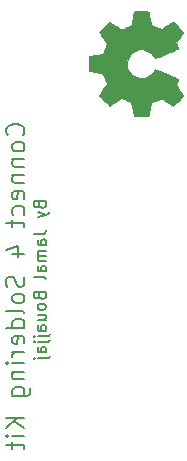
<source format=gbr>
G04 #@! TF.GenerationSoftware,KiCad,Pcbnew,(5.1.5)-3*
G04 #@! TF.CreationDate,2020-03-12T17:38:11-04:00*
G04 #@! TF.ProjectId,PCB,5043422e-6b69-4636-9164-5f7063625858,rev?*
G04 #@! TF.SameCoordinates,Original*
G04 #@! TF.FileFunction,Legend,Bot*
G04 #@! TF.FilePolarity,Positive*
%FSLAX46Y46*%
G04 Gerber Fmt 4.6, Leading zero omitted, Abs format (unit mm)*
G04 Created by KiCad (PCBNEW (5.1.5)-3) date 2020-03-12 17:38:11*
%MOMM*%
%LPD*%
G04 APERTURE LIST*
%ADD10C,0.150000*%
%ADD11C,0.190500*%
%ADD12C,0.010000*%
G04 APERTURE END LIST*
D10*
X130992571Y-113070476D02*
X131040190Y-113213333D01*
X131087809Y-113260952D01*
X131183047Y-113308571D01*
X131325904Y-113308571D01*
X131421142Y-113260952D01*
X131468761Y-113213333D01*
X131516380Y-113118095D01*
X131516380Y-112737142D01*
X130516380Y-112737142D01*
X130516380Y-113070476D01*
X130564000Y-113165714D01*
X130611619Y-113213333D01*
X130706857Y-113260952D01*
X130802095Y-113260952D01*
X130897333Y-113213333D01*
X130944952Y-113165714D01*
X130992571Y-113070476D01*
X130992571Y-112737142D01*
X130849714Y-113641904D02*
X131516380Y-113880000D01*
X130849714Y-114118095D02*
X131516380Y-113880000D01*
X131754476Y-113784761D01*
X131802095Y-113737142D01*
X131849714Y-113641904D01*
X130516380Y-115546666D02*
X131230666Y-115546666D01*
X131373523Y-115499047D01*
X131468761Y-115403809D01*
X131516380Y-115260952D01*
X131516380Y-115165714D01*
X131516380Y-116451428D02*
X130992571Y-116451428D01*
X130897333Y-116403809D01*
X130849714Y-116308571D01*
X130849714Y-116118095D01*
X130897333Y-116022857D01*
X131468761Y-116451428D02*
X131516380Y-116356190D01*
X131516380Y-116118095D01*
X131468761Y-116022857D01*
X131373523Y-115975238D01*
X131278285Y-115975238D01*
X131183047Y-116022857D01*
X131135428Y-116118095D01*
X131135428Y-116356190D01*
X131087809Y-116451428D01*
X131516380Y-116927619D02*
X130849714Y-116927619D01*
X130944952Y-116927619D02*
X130897333Y-116975238D01*
X130849714Y-117070476D01*
X130849714Y-117213333D01*
X130897333Y-117308571D01*
X130992571Y-117356190D01*
X131516380Y-117356190D01*
X130992571Y-117356190D02*
X130897333Y-117403809D01*
X130849714Y-117499047D01*
X130849714Y-117641904D01*
X130897333Y-117737142D01*
X130992571Y-117784761D01*
X131516380Y-117784761D01*
X131516380Y-118689523D02*
X130992571Y-118689523D01*
X130897333Y-118641904D01*
X130849714Y-118546666D01*
X130849714Y-118356190D01*
X130897333Y-118260952D01*
X131468761Y-118689523D02*
X131516380Y-118594285D01*
X131516380Y-118356190D01*
X131468761Y-118260952D01*
X131373523Y-118213333D01*
X131278285Y-118213333D01*
X131183047Y-118260952D01*
X131135428Y-118356190D01*
X131135428Y-118594285D01*
X131087809Y-118689523D01*
X131516380Y-119308571D02*
X131468761Y-119213333D01*
X131373523Y-119165714D01*
X130516380Y-119165714D01*
X130992571Y-120784761D02*
X131040190Y-120927619D01*
X131087809Y-120975238D01*
X131183047Y-121022857D01*
X131325904Y-121022857D01*
X131421142Y-120975238D01*
X131468761Y-120927619D01*
X131516380Y-120832380D01*
X131516380Y-120451428D01*
X130516380Y-120451428D01*
X130516380Y-120784761D01*
X130564000Y-120880000D01*
X130611619Y-120927619D01*
X130706857Y-120975238D01*
X130802095Y-120975238D01*
X130897333Y-120927619D01*
X130944952Y-120880000D01*
X130992571Y-120784761D01*
X130992571Y-120451428D01*
X131516380Y-121594285D02*
X131468761Y-121499047D01*
X131421142Y-121451428D01*
X131325904Y-121403809D01*
X131040190Y-121403809D01*
X130944952Y-121451428D01*
X130897333Y-121499047D01*
X130849714Y-121594285D01*
X130849714Y-121737142D01*
X130897333Y-121832380D01*
X130944952Y-121880000D01*
X131040190Y-121927619D01*
X131325904Y-121927619D01*
X131421142Y-121880000D01*
X131468761Y-121832380D01*
X131516380Y-121737142D01*
X131516380Y-121594285D01*
X130849714Y-122784761D02*
X131516380Y-122784761D01*
X130849714Y-122356190D02*
X131373523Y-122356190D01*
X131468761Y-122403809D01*
X131516380Y-122499047D01*
X131516380Y-122641904D01*
X131468761Y-122737142D01*
X131421142Y-122784761D01*
X131516380Y-123689523D02*
X130992571Y-123689523D01*
X130897333Y-123641904D01*
X130849714Y-123546666D01*
X130849714Y-123356190D01*
X130897333Y-123260952D01*
X131468761Y-123689523D02*
X131516380Y-123594285D01*
X131516380Y-123356190D01*
X131468761Y-123260952D01*
X131373523Y-123213333D01*
X131278285Y-123213333D01*
X131183047Y-123260952D01*
X131135428Y-123356190D01*
X131135428Y-123594285D01*
X131087809Y-123689523D01*
X130849714Y-124165714D02*
X131706857Y-124165714D01*
X131802095Y-124118095D01*
X131849714Y-124022857D01*
X131849714Y-123975238D01*
X130516380Y-124165714D02*
X130564000Y-124118095D01*
X130611619Y-124165714D01*
X130564000Y-124213333D01*
X130516380Y-124165714D01*
X130611619Y-124165714D01*
X130849714Y-124641904D02*
X131706857Y-124641904D01*
X131802095Y-124594285D01*
X131849714Y-124499047D01*
X131849714Y-124451428D01*
X130516380Y-124641904D02*
X130564000Y-124594285D01*
X130611619Y-124641904D01*
X130564000Y-124689523D01*
X130516380Y-124641904D01*
X130611619Y-124641904D01*
X131516380Y-125546666D02*
X130992571Y-125546666D01*
X130897333Y-125499047D01*
X130849714Y-125403809D01*
X130849714Y-125213333D01*
X130897333Y-125118095D01*
X131468761Y-125546666D02*
X131516380Y-125451428D01*
X131516380Y-125213333D01*
X131468761Y-125118095D01*
X131373523Y-125070476D01*
X131278285Y-125070476D01*
X131183047Y-125118095D01*
X131135428Y-125213333D01*
X131135428Y-125451428D01*
X131087809Y-125546666D01*
X130849714Y-126022857D02*
X131706857Y-126022857D01*
X131802095Y-125975238D01*
X131849714Y-125880000D01*
X131849714Y-125832380D01*
X130516380Y-126022857D02*
X130564000Y-125975238D01*
X130611619Y-126022857D01*
X130564000Y-126070476D01*
X130516380Y-126022857D01*
X130611619Y-126022857D01*
D11*
X129576285Y-107151714D02*
X129648857Y-107079142D01*
X129721428Y-106861428D01*
X129721428Y-106716285D01*
X129648857Y-106498571D01*
X129503714Y-106353428D01*
X129358571Y-106280857D01*
X129068285Y-106208285D01*
X128850571Y-106208285D01*
X128560285Y-106280857D01*
X128415142Y-106353428D01*
X128270000Y-106498571D01*
X128197428Y-106716285D01*
X128197428Y-106861428D01*
X128270000Y-107079142D01*
X128342571Y-107151714D01*
X129721428Y-108022571D02*
X129648857Y-107877428D01*
X129576285Y-107804857D01*
X129431142Y-107732285D01*
X128995714Y-107732285D01*
X128850571Y-107804857D01*
X128778000Y-107877428D01*
X128705428Y-108022571D01*
X128705428Y-108240285D01*
X128778000Y-108385428D01*
X128850571Y-108458000D01*
X128995714Y-108530571D01*
X129431142Y-108530571D01*
X129576285Y-108458000D01*
X129648857Y-108385428D01*
X129721428Y-108240285D01*
X129721428Y-108022571D01*
X128705428Y-109183714D02*
X129721428Y-109183714D01*
X128850571Y-109183714D02*
X128778000Y-109256285D01*
X128705428Y-109401428D01*
X128705428Y-109619142D01*
X128778000Y-109764285D01*
X128923142Y-109836857D01*
X129721428Y-109836857D01*
X128705428Y-110562571D02*
X129721428Y-110562571D01*
X128850571Y-110562571D02*
X128778000Y-110635142D01*
X128705428Y-110780285D01*
X128705428Y-110998000D01*
X128778000Y-111143142D01*
X128923142Y-111215714D01*
X129721428Y-111215714D01*
X129648857Y-112522000D02*
X129721428Y-112376857D01*
X129721428Y-112086571D01*
X129648857Y-111941428D01*
X129503714Y-111868857D01*
X128923142Y-111868857D01*
X128778000Y-111941428D01*
X128705428Y-112086571D01*
X128705428Y-112376857D01*
X128778000Y-112522000D01*
X128923142Y-112594571D01*
X129068285Y-112594571D01*
X129213428Y-111868857D01*
X129648857Y-113900857D02*
X129721428Y-113755714D01*
X129721428Y-113465428D01*
X129648857Y-113320285D01*
X129576285Y-113247714D01*
X129431142Y-113175142D01*
X128995714Y-113175142D01*
X128850571Y-113247714D01*
X128778000Y-113320285D01*
X128705428Y-113465428D01*
X128705428Y-113755714D01*
X128778000Y-113900857D01*
X128705428Y-114336285D02*
X128705428Y-114916857D01*
X128197428Y-114554000D02*
X129503714Y-114554000D01*
X129648857Y-114626571D01*
X129721428Y-114771714D01*
X129721428Y-114916857D01*
X128705428Y-117239142D02*
X129721428Y-117239142D01*
X128124857Y-116876285D02*
X129213428Y-116513428D01*
X129213428Y-117456857D01*
X129648857Y-119126000D02*
X129721428Y-119343714D01*
X129721428Y-119706571D01*
X129648857Y-119851714D01*
X129576285Y-119924285D01*
X129431142Y-119996857D01*
X129286000Y-119996857D01*
X129140857Y-119924285D01*
X129068285Y-119851714D01*
X128995714Y-119706571D01*
X128923142Y-119416285D01*
X128850571Y-119271142D01*
X128778000Y-119198571D01*
X128632857Y-119126000D01*
X128487714Y-119126000D01*
X128342571Y-119198571D01*
X128270000Y-119271142D01*
X128197428Y-119416285D01*
X128197428Y-119779142D01*
X128270000Y-119996857D01*
X129721428Y-120867714D02*
X129648857Y-120722571D01*
X129576285Y-120650000D01*
X129431142Y-120577428D01*
X128995714Y-120577428D01*
X128850571Y-120650000D01*
X128778000Y-120722571D01*
X128705428Y-120867714D01*
X128705428Y-121085428D01*
X128778000Y-121230571D01*
X128850571Y-121303142D01*
X128995714Y-121375714D01*
X129431142Y-121375714D01*
X129576285Y-121303142D01*
X129648857Y-121230571D01*
X129721428Y-121085428D01*
X129721428Y-120867714D01*
X129721428Y-122246571D02*
X129648857Y-122101428D01*
X129503714Y-122028857D01*
X128197428Y-122028857D01*
X129721428Y-123480285D02*
X128197428Y-123480285D01*
X129648857Y-123480285D02*
X129721428Y-123335142D01*
X129721428Y-123044857D01*
X129648857Y-122899714D01*
X129576285Y-122827142D01*
X129431142Y-122754571D01*
X128995714Y-122754571D01*
X128850571Y-122827142D01*
X128778000Y-122899714D01*
X128705428Y-123044857D01*
X128705428Y-123335142D01*
X128778000Y-123480285D01*
X129648857Y-124786571D02*
X129721428Y-124641428D01*
X129721428Y-124351142D01*
X129648857Y-124206000D01*
X129503714Y-124133428D01*
X128923142Y-124133428D01*
X128778000Y-124206000D01*
X128705428Y-124351142D01*
X128705428Y-124641428D01*
X128778000Y-124786571D01*
X128923142Y-124859142D01*
X129068285Y-124859142D01*
X129213428Y-124133428D01*
X129721428Y-125512285D02*
X128705428Y-125512285D01*
X128995714Y-125512285D02*
X128850571Y-125584857D01*
X128778000Y-125657428D01*
X128705428Y-125802571D01*
X128705428Y-125947714D01*
X129721428Y-126455714D02*
X128705428Y-126455714D01*
X128197428Y-126455714D02*
X128270000Y-126383142D01*
X128342571Y-126455714D01*
X128270000Y-126528285D01*
X128197428Y-126455714D01*
X128342571Y-126455714D01*
X128705428Y-127181428D02*
X129721428Y-127181428D01*
X128850571Y-127181428D02*
X128778000Y-127254000D01*
X128705428Y-127399142D01*
X128705428Y-127616857D01*
X128778000Y-127762000D01*
X128923142Y-127834571D01*
X129721428Y-127834571D01*
X128705428Y-129213428D02*
X129939142Y-129213428D01*
X130084285Y-129140857D01*
X130156857Y-129068285D01*
X130229428Y-128923142D01*
X130229428Y-128705428D01*
X130156857Y-128560285D01*
X129648857Y-129213428D02*
X129721428Y-129068285D01*
X129721428Y-128778000D01*
X129648857Y-128632857D01*
X129576285Y-128560285D01*
X129431142Y-128487714D01*
X128995714Y-128487714D01*
X128850571Y-128560285D01*
X128778000Y-128632857D01*
X128705428Y-128778000D01*
X128705428Y-129068285D01*
X128778000Y-129213428D01*
X129721428Y-131100285D02*
X128197428Y-131100285D01*
X129721428Y-131971142D02*
X128850571Y-131318000D01*
X128197428Y-131971142D02*
X129068285Y-131100285D01*
X129721428Y-132624285D02*
X128705428Y-132624285D01*
X128197428Y-132624285D02*
X128270000Y-132551714D01*
X128342571Y-132624285D01*
X128270000Y-132696857D01*
X128197428Y-132624285D01*
X128342571Y-132624285D01*
X128705428Y-133132285D02*
X128705428Y-133712857D01*
X128197428Y-133350000D02*
X129503714Y-133350000D01*
X129648857Y-133422571D01*
X129721428Y-133567714D01*
X129721428Y-133712857D01*
D12*
G36*
X135792427Y-101838536D02*
G01*
X136389618Y-101951118D01*
X136560865Y-102366531D01*
X136732112Y-102781945D01*
X136393233Y-103280302D01*
X136298877Y-103419869D01*
X136214630Y-103546029D01*
X136144338Y-103652896D01*
X136091847Y-103734583D01*
X136061004Y-103785202D01*
X136054353Y-103798987D01*
X136071458Y-103823821D01*
X136118744Y-103876889D01*
X136190172Y-103952241D01*
X136279700Y-104043930D01*
X136381289Y-104146008D01*
X136488898Y-104252527D01*
X136596487Y-104357537D01*
X136698015Y-104455092D01*
X136787441Y-104539243D01*
X136858726Y-104604041D01*
X136905828Y-104643538D01*
X136921592Y-104652981D01*
X136950653Y-104639392D01*
X137014321Y-104601294D01*
X137106367Y-104542694D01*
X137220564Y-104467598D01*
X137350684Y-104380009D01*
X137424901Y-104329255D01*
X137560422Y-104236746D01*
X137682716Y-104154541D01*
X137785695Y-104086631D01*
X137863273Y-104037001D01*
X137909361Y-104009641D01*
X137919047Y-104005530D01*
X137946574Y-104014850D01*
X138010728Y-104040255D01*
X138102490Y-104077912D01*
X138212839Y-104123987D01*
X138332755Y-104174647D01*
X138453219Y-104226060D01*
X138565209Y-104274390D01*
X138659707Y-104315807D01*
X138727692Y-104346475D01*
X138760143Y-104362562D01*
X138761420Y-104363512D01*
X138767617Y-104388773D01*
X138781440Y-104456046D01*
X138801532Y-104558361D01*
X138826534Y-104688742D01*
X138855086Y-104840217D01*
X138871551Y-104928594D01*
X138902369Y-105090453D01*
X138931694Y-105236650D01*
X138957921Y-105359788D01*
X138979446Y-105452470D01*
X138994665Y-105507302D01*
X138999493Y-105518324D01*
X139032174Y-105529119D01*
X139105985Y-105537830D01*
X139212292Y-105544461D01*
X139342467Y-105549019D01*
X139487876Y-105551510D01*
X139639890Y-105551939D01*
X139789877Y-105550312D01*
X139929206Y-105546636D01*
X140049245Y-105540916D01*
X140141365Y-105533158D01*
X140196932Y-105523369D01*
X140208500Y-105517497D01*
X140222365Y-105482400D01*
X140242188Y-105408029D01*
X140265639Y-105304224D01*
X140290391Y-105180820D01*
X140298398Y-105137742D01*
X140336441Y-104930048D01*
X140367079Y-104765985D01*
X140391529Y-104640131D01*
X140411009Y-104547066D01*
X140426736Y-104481368D01*
X140439928Y-104437618D01*
X140451804Y-104410393D01*
X140463580Y-104394273D01*
X140465908Y-104392018D01*
X140503400Y-104369504D01*
X140576365Y-104335159D01*
X140675867Y-104292412D01*
X140792973Y-104244693D01*
X140918748Y-104195431D01*
X141044257Y-104148056D01*
X141160565Y-104105996D01*
X141258739Y-104072681D01*
X141329843Y-104051542D01*
X141364942Y-104046006D01*
X141366172Y-104046467D01*
X141394861Y-104065224D01*
X141457985Y-104107777D01*
X141548973Y-104169654D01*
X141661255Y-104246383D01*
X141788260Y-104333492D01*
X141824353Y-104358299D01*
X141955203Y-104446753D01*
X142074591Y-104524589D01*
X142175662Y-104587567D01*
X142251559Y-104631446D01*
X142295427Y-104651986D01*
X142300817Y-104652981D01*
X142329144Y-104635723D01*
X142385261Y-104588036D01*
X142463137Y-104516051D01*
X142556740Y-104425898D01*
X142660041Y-104323706D01*
X142767006Y-104215606D01*
X142871606Y-104107729D01*
X142967809Y-104006205D01*
X143049584Y-103917163D01*
X143110900Y-103846734D01*
X143145726Y-103801048D01*
X143151412Y-103788410D01*
X143138020Y-103758992D01*
X143101899Y-103698762D01*
X143049136Y-103617530D01*
X143006667Y-103555031D01*
X142928740Y-103441786D01*
X142836984Y-103307675D01*
X142745375Y-103173156D01*
X142696346Y-103100834D01*
X142530770Y-102856039D01*
X142641875Y-102650551D01*
X142690548Y-102556937D01*
X142728381Y-102477331D01*
X142749958Y-102423468D01*
X142752961Y-102409758D01*
X142730793Y-102393271D01*
X142668149Y-102360746D01*
X142570809Y-102314609D01*
X142444549Y-102257291D01*
X142295150Y-102191217D01*
X142128388Y-102118816D01*
X141950042Y-102042517D01*
X141765891Y-101964747D01*
X141581712Y-101887935D01*
X141403285Y-101814507D01*
X141236387Y-101746893D01*
X141086797Y-101687521D01*
X140960293Y-101638817D01*
X140862654Y-101603211D01*
X140799657Y-101583131D01*
X140778021Y-101579901D01*
X140750424Y-101605497D01*
X140705625Y-101661539D01*
X140652934Y-101736312D01*
X140648765Y-101742588D01*
X140494069Y-101935846D01*
X140313591Y-102091675D01*
X140113102Y-102208725D01*
X139898374Y-102285646D01*
X139675177Y-102321087D01*
X139449281Y-102313698D01*
X139226459Y-102262128D01*
X139012479Y-102165027D01*
X138965664Y-102136459D01*
X138776618Y-101987869D01*
X138624812Y-101812328D01*
X138511034Y-101615911D01*
X138436075Y-101404694D01*
X138400722Y-101184754D01*
X138405767Y-100962164D01*
X138451999Y-100743002D01*
X138540206Y-100533343D01*
X138671179Y-100339262D01*
X138724337Y-100279227D01*
X138890739Y-100126436D01*
X139065912Y-100015098D01*
X139262266Y-99938724D01*
X139456717Y-99896188D01*
X139675342Y-99885687D01*
X139895052Y-99920701D01*
X140108420Y-99997674D01*
X140308022Y-100113048D01*
X140486429Y-100263266D01*
X140636217Y-100444774D01*
X140652006Y-100468628D01*
X140703712Y-100544202D01*
X140748512Y-100601652D01*
X140777117Y-100629118D01*
X140778021Y-100629518D01*
X140808964Y-100623621D01*
X140879191Y-100600246D01*
X140982925Y-100561822D01*
X141114390Y-100510778D01*
X141267807Y-100449543D01*
X141437401Y-100380545D01*
X141617393Y-100306214D01*
X141802008Y-100228979D01*
X141985468Y-100151269D01*
X142161996Y-100075512D01*
X142325814Y-100004138D01*
X142471147Y-99939575D01*
X142592217Y-99884253D01*
X142683247Y-99840601D01*
X142738460Y-99811047D01*
X142752961Y-99799145D01*
X142741669Y-99762778D01*
X142711385Y-99694731D01*
X142667520Y-99606737D01*
X142641875Y-99558351D01*
X142530770Y-99352864D01*
X142696346Y-99108069D01*
X142781170Y-98983107D01*
X142874516Y-98846296D01*
X142962408Y-98718089D01*
X143006667Y-98653872D01*
X143067318Y-98563552D01*
X143115381Y-98487072D01*
X143144770Y-98434408D01*
X143150982Y-98417303D01*
X143134223Y-98392406D01*
X143087436Y-98337306D01*
X143015480Y-98257344D01*
X142923212Y-98157861D01*
X142815490Y-98044201D01*
X142746326Y-97972316D01*
X142622757Y-97846552D01*
X142512234Y-97737864D01*
X142419485Y-97650646D01*
X142349237Y-97589290D01*
X142306220Y-97558192D01*
X142297490Y-97555209D01*
X142264284Y-97569054D01*
X142197142Y-97607313D01*
X142102863Y-97665742D01*
X141988245Y-97740098D01*
X141860083Y-97826136D01*
X141824353Y-97850603D01*
X141694489Y-97939755D01*
X141577569Y-98019739D01*
X141480162Y-98086081D01*
X141408839Y-98134312D01*
X141370170Y-98159958D01*
X141366172Y-98162436D01*
X141335355Y-98158730D01*
X141267599Y-98139062D01*
X141171839Y-98106861D01*
X141057009Y-98065556D01*
X140932044Y-98018576D01*
X140805879Y-97969350D01*
X140687448Y-97921309D01*
X140585685Y-97877882D01*
X140509526Y-97842497D01*
X140467904Y-97818585D01*
X140465908Y-97816885D01*
X140454013Y-97802263D01*
X140442250Y-97777566D01*
X140429401Y-97737373D01*
X140414249Y-97676264D01*
X140395576Y-97588818D01*
X140372165Y-97469613D01*
X140342797Y-97313228D01*
X140306255Y-97114244D01*
X140298398Y-97071161D01*
X140273727Y-96943471D01*
X140249593Y-96832154D01*
X140228324Y-96747046D01*
X140212248Y-96697984D01*
X140208500Y-96691406D01*
X140175273Y-96680565D01*
X140101021Y-96671754D01*
X139994376Y-96664977D01*
X139863967Y-96660241D01*
X139718427Y-96657551D01*
X139566386Y-96656914D01*
X139416476Y-96658335D01*
X139277328Y-96661821D01*
X139157572Y-96667377D01*
X139065841Y-96675009D01*
X139010766Y-96684723D01*
X138999493Y-96690579D01*
X138988123Y-96723181D01*
X138969624Y-96797419D01*
X138945602Y-96905897D01*
X138917662Y-97041218D01*
X138887408Y-97195986D01*
X138871551Y-97280308D01*
X138841644Y-97440297D01*
X138814550Y-97582968D01*
X138791631Y-97701349D01*
X138774243Y-97788466D01*
X138763747Y-97837346D01*
X138761420Y-97845391D01*
X138735186Y-97858988D01*
X138671995Y-97887730D01*
X138580877Y-97927786D01*
X138470857Y-97975325D01*
X138350965Y-98026516D01*
X138230227Y-98077527D01*
X138117671Y-98124527D01*
X138022326Y-98163685D01*
X137953217Y-98191170D01*
X137919374Y-98203150D01*
X137917895Y-98203373D01*
X137891197Y-98189792D01*
X137829760Y-98151716D01*
X137739689Y-98093148D01*
X137627090Y-98018089D01*
X137498070Y-97930541D01*
X137423961Y-97879648D01*
X137288077Y-97786910D01*
X137164709Y-97704542D01*
X137060097Y-97636562D01*
X136980483Y-97586989D01*
X136932107Y-97559843D01*
X136921262Y-97555922D01*
X136896020Y-97572776D01*
X136842124Y-97619369D01*
X136765613Y-97689749D01*
X136672523Y-97777966D01*
X136568895Y-97878066D01*
X136460764Y-97984099D01*
X136354170Y-98090112D01*
X136255150Y-98190153D01*
X136169742Y-98278271D01*
X136103985Y-98348514D01*
X136063916Y-98394929D01*
X136054353Y-98410457D01*
X136067800Y-98435740D01*
X136105575Y-98496212D01*
X136163835Y-98585993D01*
X136238734Y-98699204D01*
X136326425Y-98829964D01*
X136393233Y-98928600D01*
X136732112Y-99426958D01*
X136560865Y-99842371D01*
X136389618Y-100257785D01*
X135792427Y-100370367D01*
X135195235Y-100482950D01*
X135195235Y-101725953D01*
X135792427Y-101838536D01*
G37*
X135792427Y-101838536D02*
X136389618Y-101951118D01*
X136560865Y-102366531D01*
X136732112Y-102781945D01*
X136393233Y-103280302D01*
X136298877Y-103419869D01*
X136214630Y-103546029D01*
X136144338Y-103652896D01*
X136091847Y-103734583D01*
X136061004Y-103785202D01*
X136054353Y-103798987D01*
X136071458Y-103823821D01*
X136118744Y-103876889D01*
X136190172Y-103952241D01*
X136279700Y-104043930D01*
X136381289Y-104146008D01*
X136488898Y-104252527D01*
X136596487Y-104357537D01*
X136698015Y-104455092D01*
X136787441Y-104539243D01*
X136858726Y-104604041D01*
X136905828Y-104643538D01*
X136921592Y-104652981D01*
X136950653Y-104639392D01*
X137014321Y-104601294D01*
X137106367Y-104542694D01*
X137220564Y-104467598D01*
X137350684Y-104380009D01*
X137424901Y-104329255D01*
X137560422Y-104236746D01*
X137682716Y-104154541D01*
X137785695Y-104086631D01*
X137863273Y-104037001D01*
X137909361Y-104009641D01*
X137919047Y-104005530D01*
X137946574Y-104014850D01*
X138010728Y-104040255D01*
X138102490Y-104077912D01*
X138212839Y-104123987D01*
X138332755Y-104174647D01*
X138453219Y-104226060D01*
X138565209Y-104274390D01*
X138659707Y-104315807D01*
X138727692Y-104346475D01*
X138760143Y-104362562D01*
X138761420Y-104363512D01*
X138767617Y-104388773D01*
X138781440Y-104456046D01*
X138801532Y-104558361D01*
X138826534Y-104688742D01*
X138855086Y-104840217D01*
X138871551Y-104928594D01*
X138902369Y-105090453D01*
X138931694Y-105236650D01*
X138957921Y-105359788D01*
X138979446Y-105452470D01*
X138994665Y-105507302D01*
X138999493Y-105518324D01*
X139032174Y-105529119D01*
X139105985Y-105537830D01*
X139212292Y-105544461D01*
X139342467Y-105549019D01*
X139487876Y-105551510D01*
X139639890Y-105551939D01*
X139789877Y-105550312D01*
X139929206Y-105546636D01*
X140049245Y-105540916D01*
X140141365Y-105533158D01*
X140196932Y-105523369D01*
X140208500Y-105517497D01*
X140222365Y-105482400D01*
X140242188Y-105408029D01*
X140265639Y-105304224D01*
X140290391Y-105180820D01*
X140298398Y-105137742D01*
X140336441Y-104930048D01*
X140367079Y-104765985D01*
X140391529Y-104640131D01*
X140411009Y-104547066D01*
X140426736Y-104481368D01*
X140439928Y-104437618D01*
X140451804Y-104410393D01*
X140463580Y-104394273D01*
X140465908Y-104392018D01*
X140503400Y-104369504D01*
X140576365Y-104335159D01*
X140675867Y-104292412D01*
X140792973Y-104244693D01*
X140918748Y-104195431D01*
X141044257Y-104148056D01*
X141160565Y-104105996D01*
X141258739Y-104072681D01*
X141329843Y-104051542D01*
X141364942Y-104046006D01*
X141366172Y-104046467D01*
X141394861Y-104065224D01*
X141457985Y-104107777D01*
X141548973Y-104169654D01*
X141661255Y-104246383D01*
X141788260Y-104333492D01*
X141824353Y-104358299D01*
X141955203Y-104446753D01*
X142074591Y-104524589D01*
X142175662Y-104587567D01*
X142251559Y-104631446D01*
X142295427Y-104651986D01*
X142300817Y-104652981D01*
X142329144Y-104635723D01*
X142385261Y-104588036D01*
X142463137Y-104516051D01*
X142556740Y-104425898D01*
X142660041Y-104323706D01*
X142767006Y-104215606D01*
X142871606Y-104107729D01*
X142967809Y-104006205D01*
X143049584Y-103917163D01*
X143110900Y-103846734D01*
X143145726Y-103801048D01*
X143151412Y-103788410D01*
X143138020Y-103758992D01*
X143101899Y-103698762D01*
X143049136Y-103617530D01*
X143006667Y-103555031D01*
X142928740Y-103441786D01*
X142836984Y-103307675D01*
X142745375Y-103173156D01*
X142696346Y-103100834D01*
X142530770Y-102856039D01*
X142641875Y-102650551D01*
X142690548Y-102556937D01*
X142728381Y-102477331D01*
X142749958Y-102423468D01*
X142752961Y-102409758D01*
X142730793Y-102393271D01*
X142668149Y-102360746D01*
X142570809Y-102314609D01*
X142444549Y-102257291D01*
X142295150Y-102191217D01*
X142128388Y-102118816D01*
X141950042Y-102042517D01*
X141765891Y-101964747D01*
X141581712Y-101887935D01*
X141403285Y-101814507D01*
X141236387Y-101746893D01*
X141086797Y-101687521D01*
X140960293Y-101638817D01*
X140862654Y-101603211D01*
X140799657Y-101583131D01*
X140778021Y-101579901D01*
X140750424Y-101605497D01*
X140705625Y-101661539D01*
X140652934Y-101736312D01*
X140648765Y-101742588D01*
X140494069Y-101935846D01*
X140313591Y-102091675D01*
X140113102Y-102208725D01*
X139898374Y-102285646D01*
X139675177Y-102321087D01*
X139449281Y-102313698D01*
X139226459Y-102262128D01*
X139012479Y-102165027D01*
X138965664Y-102136459D01*
X138776618Y-101987869D01*
X138624812Y-101812328D01*
X138511034Y-101615911D01*
X138436075Y-101404694D01*
X138400722Y-101184754D01*
X138405767Y-100962164D01*
X138451999Y-100743002D01*
X138540206Y-100533343D01*
X138671179Y-100339262D01*
X138724337Y-100279227D01*
X138890739Y-100126436D01*
X139065912Y-100015098D01*
X139262266Y-99938724D01*
X139456717Y-99896188D01*
X139675342Y-99885687D01*
X139895052Y-99920701D01*
X140108420Y-99997674D01*
X140308022Y-100113048D01*
X140486429Y-100263266D01*
X140636217Y-100444774D01*
X140652006Y-100468628D01*
X140703712Y-100544202D01*
X140748512Y-100601652D01*
X140777117Y-100629118D01*
X140778021Y-100629518D01*
X140808964Y-100623621D01*
X140879191Y-100600246D01*
X140982925Y-100561822D01*
X141114390Y-100510778D01*
X141267807Y-100449543D01*
X141437401Y-100380545D01*
X141617393Y-100306214D01*
X141802008Y-100228979D01*
X141985468Y-100151269D01*
X142161996Y-100075512D01*
X142325814Y-100004138D01*
X142471147Y-99939575D01*
X142592217Y-99884253D01*
X142683247Y-99840601D01*
X142738460Y-99811047D01*
X142752961Y-99799145D01*
X142741669Y-99762778D01*
X142711385Y-99694731D01*
X142667520Y-99606737D01*
X142641875Y-99558351D01*
X142530770Y-99352864D01*
X142696346Y-99108069D01*
X142781170Y-98983107D01*
X142874516Y-98846296D01*
X142962408Y-98718089D01*
X143006667Y-98653872D01*
X143067318Y-98563552D01*
X143115381Y-98487072D01*
X143144770Y-98434408D01*
X143150982Y-98417303D01*
X143134223Y-98392406D01*
X143087436Y-98337306D01*
X143015480Y-98257344D01*
X142923212Y-98157861D01*
X142815490Y-98044201D01*
X142746326Y-97972316D01*
X142622757Y-97846552D01*
X142512234Y-97737864D01*
X142419485Y-97650646D01*
X142349237Y-97589290D01*
X142306220Y-97558192D01*
X142297490Y-97555209D01*
X142264284Y-97569054D01*
X142197142Y-97607313D01*
X142102863Y-97665742D01*
X141988245Y-97740098D01*
X141860083Y-97826136D01*
X141824353Y-97850603D01*
X141694489Y-97939755D01*
X141577569Y-98019739D01*
X141480162Y-98086081D01*
X141408839Y-98134312D01*
X141370170Y-98159958D01*
X141366172Y-98162436D01*
X141335355Y-98158730D01*
X141267599Y-98139062D01*
X141171839Y-98106861D01*
X141057009Y-98065556D01*
X140932044Y-98018576D01*
X140805879Y-97969350D01*
X140687448Y-97921309D01*
X140585685Y-97877882D01*
X140509526Y-97842497D01*
X140467904Y-97818585D01*
X140465908Y-97816885D01*
X140454013Y-97802263D01*
X140442250Y-97777566D01*
X140429401Y-97737373D01*
X140414249Y-97676264D01*
X140395576Y-97588818D01*
X140372165Y-97469613D01*
X140342797Y-97313228D01*
X140306255Y-97114244D01*
X140298398Y-97071161D01*
X140273727Y-96943471D01*
X140249593Y-96832154D01*
X140228324Y-96747046D01*
X140212248Y-96697984D01*
X140208500Y-96691406D01*
X140175273Y-96680565D01*
X140101021Y-96671754D01*
X139994376Y-96664977D01*
X139863967Y-96660241D01*
X139718427Y-96657551D01*
X139566386Y-96656914D01*
X139416476Y-96658335D01*
X139277328Y-96661821D01*
X139157572Y-96667377D01*
X139065841Y-96675009D01*
X139010766Y-96684723D01*
X138999493Y-96690579D01*
X138988123Y-96723181D01*
X138969624Y-96797419D01*
X138945602Y-96905897D01*
X138917662Y-97041218D01*
X138887408Y-97195986D01*
X138871551Y-97280308D01*
X138841644Y-97440297D01*
X138814550Y-97582968D01*
X138791631Y-97701349D01*
X138774243Y-97788466D01*
X138763747Y-97837346D01*
X138761420Y-97845391D01*
X138735186Y-97858988D01*
X138671995Y-97887730D01*
X138580877Y-97927786D01*
X138470857Y-97975325D01*
X138350965Y-98026516D01*
X138230227Y-98077527D01*
X138117671Y-98124527D01*
X138022326Y-98163685D01*
X137953217Y-98191170D01*
X137919374Y-98203150D01*
X137917895Y-98203373D01*
X137891197Y-98189792D01*
X137829760Y-98151716D01*
X137739689Y-98093148D01*
X137627090Y-98018089D01*
X137498070Y-97930541D01*
X137423961Y-97879648D01*
X137288077Y-97786910D01*
X137164709Y-97704542D01*
X137060097Y-97636562D01*
X136980483Y-97586989D01*
X136932107Y-97559843D01*
X136921262Y-97555922D01*
X136896020Y-97572776D01*
X136842124Y-97619369D01*
X136765613Y-97689749D01*
X136672523Y-97777966D01*
X136568895Y-97878066D01*
X136460764Y-97984099D01*
X136354170Y-98090112D01*
X136255150Y-98190153D01*
X136169742Y-98278271D01*
X136103985Y-98348514D01*
X136063916Y-98394929D01*
X136054353Y-98410457D01*
X136067800Y-98435740D01*
X136105575Y-98496212D01*
X136163835Y-98585993D01*
X136238734Y-98699204D01*
X136326425Y-98829964D01*
X136393233Y-98928600D01*
X136732112Y-99426958D01*
X136560865Y-99842371D01*
X136389618Y-100257785D01*
X135792427Y-100370367D01*
X135195235Y-100482950D01*
X135195235Y-101725953D01*
X135792427Y-101838536D01*
M02*

</source>
